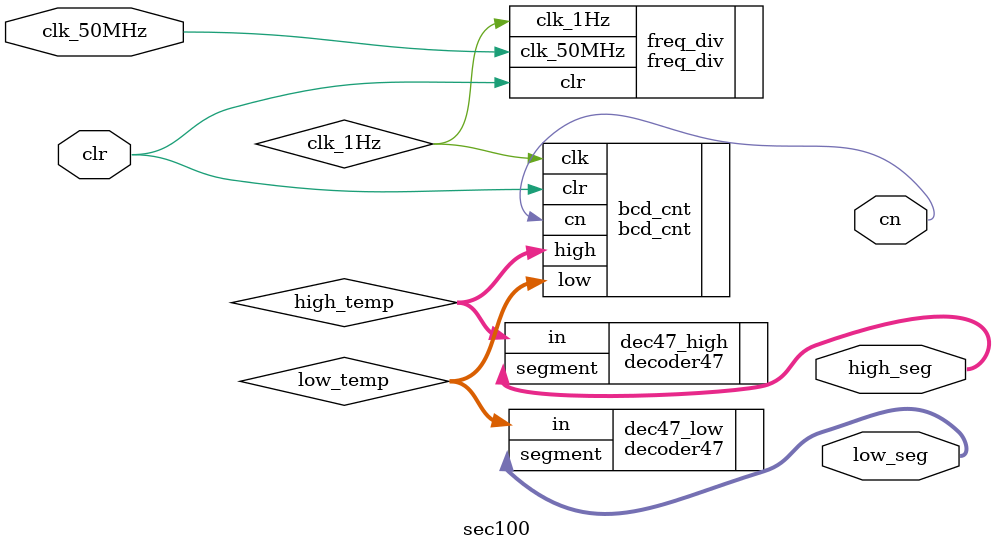
<source format=v>
module sec100 ( clk_50MHz, clr, cn, 
                            high_seg, low_seg );
output [6:0] high_seg, low_seg; 
output          cn; 
input            clk_50MHz, clr;

wire              clk_1Hz;
wire     [3:0] high_temp, low_temp;
 
freq_div freq_div ( 
      .clk_50MHz( clk_50MHz ), 
      .clr               ( clr                 ), 
      .clk_1Hz      ( clk_1Hz        )
);

bcd_cnt bcd_cnt ( 
       .high  ( high_temp ), 
       .low    ( low_temp  ), 
       .cn      ( cn               ), 
       .clr      ( clr              ), 
       .clk      ( clk_1Hz             )
); 

decoder47 dec47_high ( 
        .segment ( high_seg   ), 
        .in      ( high_temp )
);

decoder47 dec47_low ( 
        .segment ( low_seg   ), 
        .in      ( low_temp )
);

endmodule


</source>
